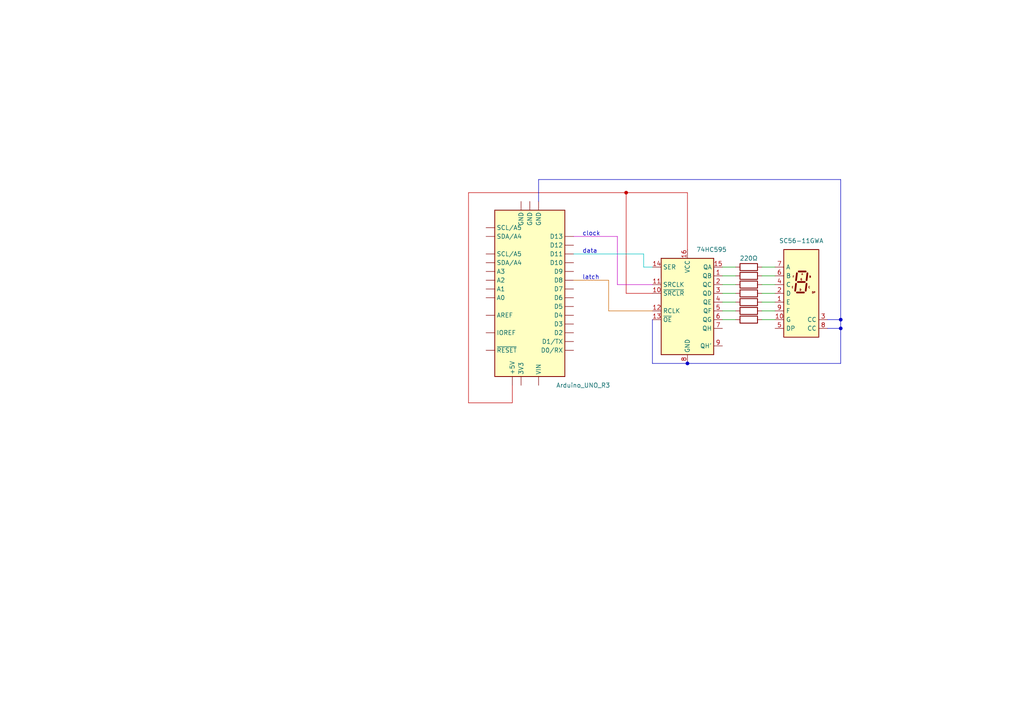
<source format=kicad_sch>
(kicad_sch (version 20211123) (generator eeschema)
  (paper "A4")
  (lib_symbols
    (symbol "74HC595_1"
      (property "Reference" "U" (at -7.62 13.97 0))
      (property "Value" "74HC595_1" (at -7.62 -16.51 0))
      (symbol "74HC595_1_1_0"
        (pin tri_state line (at 10.16 7.62 180) (length 2.54) (name "QB") (number "1"))
        (pin input line (at -10.16 2.54 0) (length 2.54) (name "~{SRCLR}") (number "10"))
        (pin input line (at -10.16 5.08 0) (length 2.54) (name "SRCLK") (number "11"))
        (pin input line (at -10.16 -2.54 0) (length 2.54) (name "RCLK") (number "12"))
        (pin input line (at -10.16 -5.08 0) (length 2.54) (name "~{OE}") (number "13"))
        (pin input line (at -10.16 10.16 0) (length 2.54) (name "SER") (number "14"))
        (pin tri_state line (at 10.16 10.16 180) (length 2.54) (name "QA") (number "15"))
        (pin power_in line (at 0 15.24 270) (length 2.54) (name "VCC") (number "16"))
        (pin tri_state line (at 10.16 5.08 180) (length 2.54) (name "QC") (number "2"))
        (pin tri_state line (at 10.16 2.54 180) (length 2.54) (name "QD") (number "3"))
        (pin tri_state line (at 10.16 0 180) (length 2.54) (name "QE") (number "4"))
        (pin tri_state line (at 10.16 -2.54 180) (length 2.54) (name "QF") (number "5"))
        (pin tri_state line (at 10.16 -5.08 180) (length 2.54) (name "QG") (number "6"))
        (pin tri_state line (at 10.16 -7.62 180) (length 2.54) (name "QH") (number "7"))
        (pin power_in line (at 0 -17.78 90) (length 2.54) (name "GND") (number "8"))
        (pin output line (at 10.16 -12.7 180) (length 2.54) (name "QH'") (number "9"))
      )
      (symbol "74HC595_1_1_1"
        (rectangle (start -7.62 12.7) (end 7.62 -15.24) (stroke (width 0.254)) (fill (type background)))
      )
    )
    (symbol "Device:R" (pin_numbers hide) (pin_names (offset 0))
      (property "Reference" "R" (at 2.032 0 90))
      (property "Value" "R" (at 0 0 90))
      (symbol "R_0_1"
        (rectangle (start -1.016 -2.54) (end 1.016 2.54) (stroke (width 0.254)))
      )
      (symbol "R_1_1"
        (pin passive line (at 0 3.81 270) (length 1.27) (name "~") (number "1"))
        (pin passive line (at 0 -3.81 90) (length 1.27) (name "~") (number "2"))
      )
    )
    (symbol "Display_Character:KCSC02-105" (pin_names (offset 0.635))
      (property "Reference" "U" (at -2.54 13.97 0))
      (property "Value" "KCSC02-105" (at 1.27 13.97 0))
      (symbol "KCSC02-105_0_0"
        (text "A" (at 0.254 5.588 0) (effects (font (size 0.508 0.508))))
        (text "B" (at 2.54 4.826 0) (effects (font (size 0.508 0.508))))
        (text "C" (at 2.286 1.778 0) (effects (font (size 0.508 0.508))))
        (text "D" (at -0.254 1.016 0) (effects (font (size 0.508 0.508))))
        (text "DP" (at 3.556 0.254 0) (effects (font (size 0.508 0.508))))
        (text "E" (at -2.54 1.778 0) (effects (font (size 0.508 0.508))))
        (text "F" (at -2.286 4.826 0) (effects (font (size 0.508 0.508))))
        (text "G" (at 0 4.064 0) (effects (font (size 0.508 0.508))))
      )
      (symbol "KCSC02-105_0_1"
        (rectangle (start -5.08 12.7) (end 5.08 -12.7) (stroke (width 0.254)) (fill (type background)))
        (polyline (pts (xy -1.524 2.794) (xy -1.778 0.762)) (stroke (width 0.508)))
        (polyline (pts (xy -1.27 0.254) (xy 0.762 0.254)) (stroke (width 0.508)))
        (polyline (pts (xy -1.27 5.842) (xy -1.524 3.81)) (stroke (width 0.508)))
        (polyline (pts (xy -1.016 3.302) (xy 1.016 3.302)) (stroke (width 0.508)))
        (polyline (pts (xy -0.762 6.35) (xy 1.27 6.35)) (stroke (width 0.508)))
        (polyline (pts (xy 1.524 2.794) (xy 1.27 0.762)) (stroke (width 0.508)))
        (polyline (pts (xy 1.778 5.842) (xy 1.524 3.81)) (stroke (width 0.508)))
        (polyline (pts (xy 2.54 0.254) (xy 2.54 0.254)) (stroke (width 0.508)))
      )
      (symbol "KCSC02-105_1_1"
        (pin input line (at -7.62 -2.54 0) (length 2.54) (name "E") (number "1"))
        (pin input line (at -7.62 -7.62 0) (length 2.54) (name "G") (number "10"))
        (pin input line (at -7.62 0 0) (length 2.54) (name "D") (number "2"))
        (pin input line (at 7.62 -7.62 180) (length 2.54) (name "CC") (number "3"))
        (pin input line (at -7.62 2.54 0) (length 2.54) (name "C") (number "4"))
        (pin input line (at -7.62 -10.16 0) (length 2.54) (name "DP") (number "5"))
        (pin input line (at -7.62 5.08 0) (length 2.54) (name "B") (number "6"))
        (pin input line (at -7.62 7.62 0) (length 2.54) (name "A") (number "7"))
        (pin input line (at 7.62 -10.16 180) (length 2.54) (name "CC") (number "8"))
        (pin input line (at -7.62 -5.08 0) (length 2.54) (name "F") (number "9"))
      )
    )
    (symbol "MCU_Module:Arduino_UNO_R3" (pin_numbers hide)
      (property "Reference" "A" (at -10.16 23.495 0))
      (property "Value" "Arduino_UNO_R3" (at 5.08 -26.67 0))
      (symbol "Arduino_UNO_R3_0_1"
        (rectangle (start -10.16 22.86) (end 10.16 -25.4) (stroke (width 0.254)) (fill (type background)))
      )
      (symbol "Arduino_UNO_R3_1_1"
        (pin no_connect line (at -10.16 -20.32 0) (length 2.54) hide (name "NC") (number "1"))
        (pin bidirectional line (at 12.7 -2.54 180) (length 2.54) (name "A1") (number "10"))
        (pin bidirectional line (at 12.7 -5.08 180) (length 2.54) (name "A2") (number "11"))
        (pin bidirectional line (at 12.7 -7.62 180) (length 2.54) (name "A3") (number "12"))
        (pin bidirectional line (at 12.7 -10.16 180) (length 2.54) (name "SDA/A4") (number "13"))
        (pin bidirectional line (at 12.7 -12.7 180) (length 2.54) (name "SCL/A5") (number "14"))
        (pin bidirectional line (at -12.7 15.24 0) (length 2.54) (name "D0/RX") (number "15"))
        (pin bidirectional line (at -12.7 12.7 0) (length 2.54) (name "D1/TX") (number "16"))
        (pin bidirectional line (at -12.7 10.16 0) (length 2.54) (name "D2") (number "17"))
        (pin bidirectional line (at -12.7 7.62 0) (length 2.54) (name "D3") (number "18"))
        (pin bidirectional line (at -12.7 5.08 0) (length 2.54) (name "D4") (number "19"))
        (pin output line (at 12.7 10.16 180) (length 2.54) (name "IOREF") (number "2"))
        (pin bidirectional line (at -12.7 2.54 0) (length 2.54) (name "D5") (number "20"))
        (pin bidirectional line (at -12.7 0 0) (length 2.54) (name "D6") (number "21"))
        (pin bidirectional line (at -12.7 -2.54 0) (length 2.54) (name "D7") (number "22"))
        (pin bidirectional line (at -12.7 -5.08 0) (length 2.54) (name "D8") (number "23"))
        (pin bidirectional line (at -12.7 -7.62 0) (length 2.54) (name "D9") (number "24"))
        (pin bidirectional line (at -12.7 -10.16 0) (length 2.54) (name "D10") (number "25"))
        (pin bidirectional line (at -12.7 -12.7 0) (length 2.54) (name "D11") (number "26"))
        (pin bidirectional line (at -12.7 -15.24 0) (length 2.54) (name "D12") (number "27"))
        (pin bidirectional line (at -12.7 -17.78 0) (length 2.54) (name "D13") (number "28"))
        (pin power_in line (at -2.54 -27.94 90) (length 2.54) (name "GND") (number "29"))
        (pin input line (at 12.7 15.24 180) (length 2.54) (name "~{RESET}") (number "3"))
        (pin input line (at 12.7 5.08 180) (length 2.54) (name "AREF") (number "30"))
        (pin bidirectional line (at 12.7 -17.78 180) (length 2.54) (name "SDA/A4") (number "31"))
        (pin bidirectional line (at 12.7 -20.32 180) (length 2.54) (name "SCL/A5") (number "32"))
        (pin power_out line (at 2.54 25.4 270) (length 2.54) (name "3V3") (number "4"))
        (pin power_out line (at 5.08 25.4 270) (length 2.54) (name "+5V") (number "5"))
        (pin power_in line (at 0 -27.94 90) (length 2.54) (name "GND") (number "6"))
        (pin power_in line (at 2.54 -27.94 90) (length 2.54) (name "GND") (number "7"))
        (pin power_in line (at -2.54 25.4 270) (length 2.54) (name "VIN") (number "8"))
        (pin bidirectional line (at 12.7 0 180) (length 2.54) (name "A0") (number "9"))
      )
    )
  )
  (junction (at 243.84 92.71) (color 0 0 194 1))
  (junction (at 181.61 55.88) (color 194 0 0 1))
  (junction (at 243.84 95.25) (color 0 0 194 1))
  (junction (at 199.39 105.41) (color 0 0 194 1))
  (wire (pts (xy 181.61 85.09) (xy 189.23 85.09)) (stroke (width 0) (color 194 0 0 1)))
  (wire (pts (xy 166.37 68.58) (xy 179.07 68.58)) (stroke (width 0) (color 194 0 194 1)))
  (wire (pts (xy 179.07 82.55) (xy 189.23 82.55)) (stroke (width 0) (color 194 0 194 1)))
  (wire (pts (xy 186.69 77.47) (xy 189.23 77.47)) (stroke (width 0) (color 0 194 194 1)))
  (wire (pts (xy 189.23 92.71) (xy 189.23 105.41)) (stroke (width 0) (color 0 0 194 1)))
  (wire (pts (xy 176.53 90.17) (xy 189.23 90.17)) (stroke (width 0) (color 204 102 0 1)))
  (wire (pts (xy 220.98 77.47) (xy 224.79 77.47)))
  (wire (pts (xy 166.37 81.28) (xy 176.53 81.28)) (stroke (width 0) (color 204 102 0 1)))
  (wire (pts (xy 240.03 92.71) (xy 243.84 92.71)) (stroke (width 0) (color 0 0 194 1)))
  (wire (pts (xy 135.89 55.88) (xy 181.61 55.88)) (stroke (width 0) (color 194 0 0 1)))
  (wire (pts (xy 209.55 77.47) (xy 213.36 77.47)))
  (wire (pts (xy 166.37 73.66) (xy 186.69 73.66)) (stroke (width 0) (color 0 194 194 1)))
  (wire (pts (xy 189.23 105.41) (xy 199.39 105.41)) (stroke (width 0) (color 0 0 194 1)))
  (wire (pts (xy 243.84 95.25) (xy 243.84 105.41)) (stroke (width 0) (color 0 0 194 1)))
  (wire (pts (xy 220.98 80.01) (xy 224.79 80.01)))
  (wire (pts (xy 220.98 87.63) (xy 224.79 87.63)))
  (wire (pts (xy 220.98 85.09) (xy 224.79 85.09)))
  (wire (pts (xy 179.07 68.58) (xy 179.07 82.55)) (stroke (width 0) (color 194 0 194 1)))
  (wire (pts (xy 181.61 85.09) (xy 181.61 55.88)) (stroke (width 0) (color 194 0 0 1)))
  (wire (pts (xy 220.98 92.71) (xy 224.79 92.71)))
  (wire (pts (xy 199.39 55.88) (xy 199.39 72.39)) (stroke (width 0) (color 194 0 0 1)))
  (wire (pts (xy 243.84 95.25) (xy 243.84 92.71)) (stroke (width 0) (color 0 0 194 1)))
  (wire (pts (xy 209.55 90.17) (xy 213.36 90.17)))
  (wire (pts (xy 220.98 82.55) (xy 224.79 82.55)))
  (wire (pts (xy 148.59 116.84) (xy 135.89 116.84)) (stroke (width 0) (color 194 0 0 1)))
  (wire (pts (xy 209.55 82.55) (xy 213.36 82.55)))
  (wire (pts (xy 181.61 55.88) (xy 199.39 55.88)) (stroke (width 0) (color 194 0 0 1)))
  (wire (pts (xy 176.53 81.28) (xy 176.53 90.17)) (stroke (width 0) (color 204 102 0 1)))
  (wire (pts (xy 135.89 116.84) (xy 135.89 55.88)) (stroke (width 0) (color 194 0 0 1)))
  (wire (pts (xy 209.55 92.71) (xy 213.36 92.71)))
  (wire (pts (xy 156.21 52.07) (xy 156.21 58.42)) (stroke (width 0) (color 0 0 194 1)))
  (wire (pts (xy 209.55 85.09) (xy 213.36 85.09)))
  (wire (pts (xy 186.69 73.66) (xy 186.69 77.47)) (stroke (width 0) (color 0 194 194 1)))
  (wire (pts (xy 209.55 80.01) (xy 213.36 80.01)))
  (wire (pts (xy 243.84 52.07) (xy 156.21 52.07)) (stroke (width 0) (color 0 0 194 1)))
  (wire (pts (xy 243.84 92.71) (xy 243.84 52.07)) (stroke (width 0) (color 0 0 194 1)))
  (wire (pts (xy 209.55 87.63) (xy 213.36 87.63)))
  (wire (pts (xy 199.39 105.41) (xy 243.84 105.41)) (stroke (width 0) (color 0 0 194 1)))
  (wire (pts (xy 148.59 111.76) (xy 148.59 116.84)) (stroke (width 0) (color 194 0 0 1)))
  (wire (pts (xy 220.98 90.17) (xy 224.79 90.17)))
  (wire (pts (xy 240.03 95.25) (xy 243.84 95.25)) (stroke (width 0) (color 0 0 194 1)))
  (text "clock" (at 168.91 68.58 0) (effects (font (size 1.27 1.27)) (justify left bottom)))
  (text "latch" (at 168.91 81.28 0) (effects (font (size 1.27 1.27)) (justify left bottom)))
  (text "data" (at 168.91 73.66 0) (effects (font (size 1.27 1.27)) (justify left bottom)))
  (symbol (lib_id "Display_Character:KCSC02-105") (at 232.41 85.09 0) (unit 1)
    (property "Reference" "U?" (effects hide))
    (property "Value" "SC56-11GWA" (at 232.41 69.85 0))
    (property "Footprint" "Display_7Segment:KCSC02-105" (effects hide))
    (property "Datasheet" "http://www.kingbright.com/attachments/file/psearch/000/00/00/KCSC02-105(Ver.9A).pdf" (effects hide))
  )
  (symbol (lib_name "74HC595_1") (lib_id "74xx:74HC595") (at 199.39 87.63 0) (unit 1)
    (property "Reference" "U?" (effects hide))
    (property "Value" "74HC595" (at 201.93 72.39 0) (effects (justify left)))
    (property "Datasheet" "http://www.ti.com/lit/ds/symlink/sn74hc595.pdf" (effects hide))
  )
  (symbol (lib_id "Device:R") (at 217.17 90.17 270) (unit 1)
    (property "Reference" "R?" (effects hide))
    (property "Value" "220" (effects hide))
  )
  (symbol (lib_id "Device:R") (at 217.17 80.01 270) (unit 1)
    (property "Reference" "R?" (effects hide))
    (property "Value" "220" (effects hide))
  )
  (symbol (lib_id "Device:R") (at 217.17 87.63 270) (unit 1)
    (property "Reference" "R?" (effects hide))
    (property "Value" "220" (effects hide))
  )
  (symbol (lib_id "Device:R") (at 217.17 77.47 270) (unit 1)
    (property "Reference" "R?" (effects hide))
    (property "Value" "220Ω" (at 217.17 74.93 90))
  )
  (symbol (lib_id "MCU_Module:Arduino_UNO_R3") (at 153.67 86.36 180) (unit 1)
    (property "Reference" "A?" (effects hide))
    (property "Value" "Arduino_UNO_R3" (at 161.29 111.76 0) (effects (justify right)))
    (property "Footprint" "Module:Arduino_UNO_R3" (effects hide))
    (property "Datasheet" "https://www.arduino.cc/en/Main/arduinoBoardUno" (effects hide))
  )
  (symbol (lib_id "Device:R") (at 217.17 82.55 270) (unit 1)
    (property "Reference" "R?" (effects hide))
    (property "Value" "220" (effects hide))
  )
  (symbol (lib_id "Device:R") (at 217.17 92.71 270) (unit 1)
    (property "Reference" "R?" (effects hide))
    (property "Value" "220" (effects hide))
  )
  (symbol (lib_id "Device:R") (at 217.17 85.09 270) (unit 1)
    (property "Reference" "R?" (effects hide))
    (property "Value" "220" (effects hide))
  )
)
</source>
